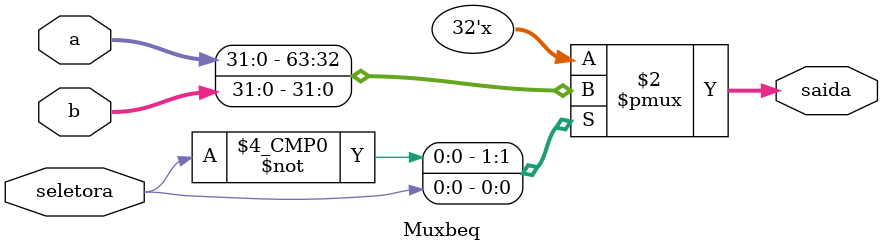
<source format=v>
module Muxbeq(a, b, seletora, saida);

input [31:0]a;
input [31:0]b;
input seletora;
output reg [31:0]saida;

//no bloco always de acordo com a seletora escolhida ele libera uma das saidas
always @(*)
begin
	case (seletora)
		1'b0: saida = a;
		1'b1: saida = b;
	endcase
end
endmodule	
</source>
